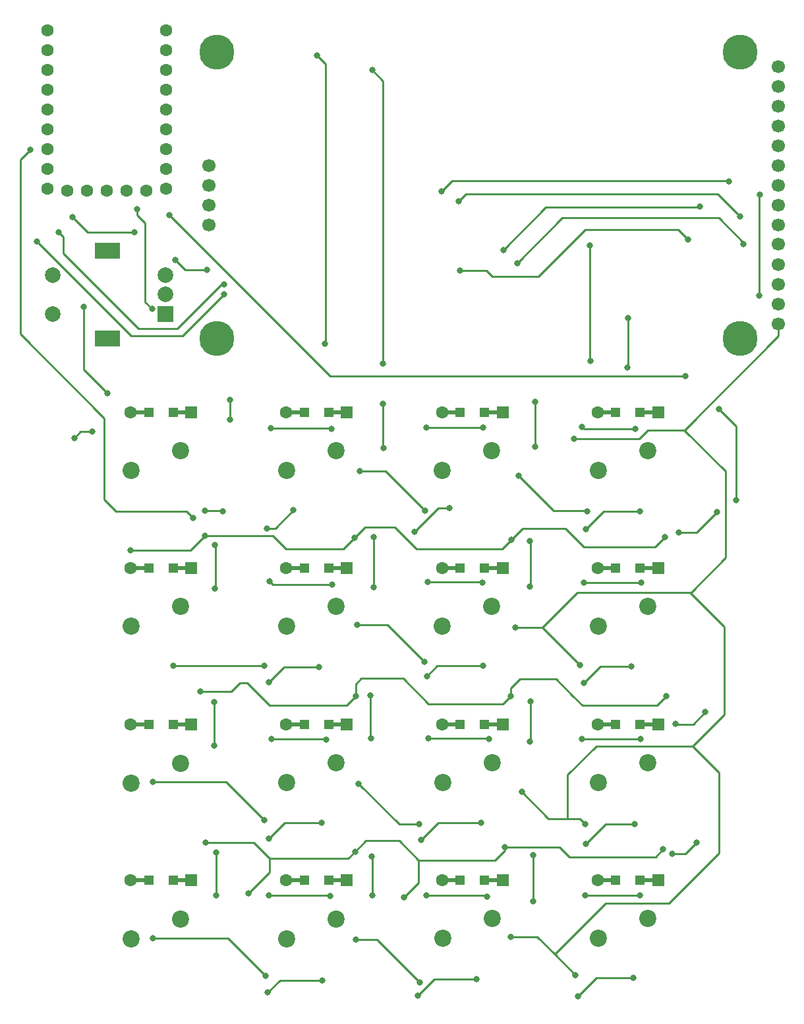
<source format=gbr>
%TF.GenerationSoftware,KiCad,Pcbnew,(6.0.4)*%
%TF.CreationDate,2022-05-01T23:44:28+08:00*%
%TF.ProjectId,RP2040_16Key_ili9341_LCD_keypad,52503230-3430-45f3-9136-4b65795f696c,rev?*%
%TF.SameCoordinates,Original*%
%TF.FileFunction,Copper,L1,Top*%
%TF.FilePolarity,Positive*%
%FSLAX46Y46*%
G04 Gerber Fmt 4.6, Leading zero omitted, Abs format (unit mm)*
G04 Created by KiCad (PCBNEW (6.0.4)) date 2022-05-01 23:44:28*
%MOMM*%
%LPD*%
G01*
G04 APERTURE LIST*
%TA.AperFunction,ComponentPad*%
%ADD10C,2.200000*%
%TD*%
%TA.AperFunction,SMDPad,CuDef*%
%ADD11R,2.500000X0.500000*%
%TD*%
%TA.AperFunction,ComponentPad*%
%ADD12R,1.600000X1.600000*%
%TD*%
%TA.AperFunction,SMDPad,CuDef*%
%ADD13R,1.200000X1.200000*%
%TD*%
%TA.AperFunction,ComponentPad*%
%ADD14C,1.600000*%
%TD*%
%TA.AperFunction,ComponentPad*%
%ADD15R,2.000000X2.000000*%
%TD*%
%TA.AperFunction,ComponentPad*%
%ADD16C,2.000000*%
%TD*%
%TA.AperFunction,ComponentPad*%
%ADD17R,3.200000X2.000000*%
%TD*%
%TA.AperFunction,ComponentPad*%
%ADD18C,4.500000*%
%TD*%
%TA.AperFunction,ComponentPad*%
%ADD19C,1.700000*%
%TD*%
%TA.AperFunction,ViaPad*%
%ADD20C,0.800000*%
%TD*%
%TA.AperFunction,Conductor*%
%ADD21C,0.250000*%
%TD*%
G04 APERTURE END LIST*
D10*
%TO.P,K4,1*%
%TO.N,COL_4*%
X125226667Y-91180000D03*
%TO.P,K4,2*%
%TO.N,Net-(D4-Pad2)*%
X118876667Y-93720000D03*
%TD*%
D11*
%TO.P,D7,1,K*%
%TO.N,ROW_2*%
X105386667Y-106260000D03*
D12*
X106586667Y-106260000D03*
D13*
X104261667Y-106260000D03*
D11*
%TO.P,D7,2,A*%
%TO.N,Net-(D7-Pad2)*%
X99986667Y-106260000D03*
D14*
X98786667Y-106260000D03*
D13*
X101111667Y-106260000D03*
%TD*%
D12*
%TO.P,D14,1,K*%
%TO.N,ROW_4*%
X86586667Y-146260000D03*
D11*
X85386667Y-146260000D03*
D13*
X84261667Y-146260000D03*
D11*
%TO.P,D14,2,A*%
%TO.N,Net-(D14-Pad2)*%
X79986667Y-146260000D03*
D13*
X81111667Y-146260000D03*
D14*
X78786667Y-146260000D03*
%TD*%
D12*
%TO.P,D13,1,K*%
%TO.N,ROW_4*%
X66586667Y-146260000D03*
D11*
X65386667Y-146260000D03*
D13*
X64261667Y-146260000D03*
%TO.P,D13,2,A*%
%TO.N,Net-(D13-Pad2)*%
X61111667Y-146260000D03*
D14*
X58786667Y-146260000D03*
D11*
X59986667Y-146260000D03*
%TD*%
D13*
%TO.P,D10,1,K*%
%TO.N,ROW_3*%
X84261667Y-126260000D03*
D12*
X86586667Y-126260000D03*
D11*
X85386667Y-126260000D03*
D13*
%TO.P,D10,2,A*%
%TO.N,Net-(D10-Pad2)*%
X81111667Y-126260000D03*
D14*
X78786667Y-126260000D03*
D11*
X79986667Y-126260000D03*
%TD*%
D10*
%TO.P,K8,1*%
%TO.N,COL_4*%
X125226667Y-111180000D03*
%TO.P,K8,2*%
%TO.N,Net-(D8-Pad2)*%
X118876667Y-113720000D03*
%TD*%
D13*
%TO.P,D4,1,K*%
%TO.N,ROW_1*%
X124261667Y-86260000D03*
D12*
X126586667Y-86260000D03*
D11*
X125386667Y-86260000D03*
D13*
%TO.P,D4,2,A*%
%TO.N,Net-(D4-Pad2)*%
X121111667Y-86260000D03*
D14*
X118786667Y-86260000D03*
D11*
X119986667Y-86260000D03*
%TD*%
D10*
%TO.P,K5,1*%
%TO.N,COL_1*%
X65186667Y-111180000D03*
%TO.P,K5,2*%
%TO.N,Net-(D5-Pad2)*%
X58836667Y-113720000D03*
%TD*%
D11*
%TO.P,D9,1,K*%
%TO.N,ROW_3*%
X65386667Y-126260000D03*
D12*
X66586667Y-126260000D03*
D13*
X64261667Y-126260000D03*
D11*
%TO.P,D9,2,A*%
%TO.N,Net-(D9-Pad2)*%
X59986667Y-126260000D03*
D14*
X58786667Y-126260000D03*
D13*
X61111667Y-126260000D03*
%TD*%
D10*
%TO.P,K11,1*%
%TO.N,COL_3*%
X105226667Y-131180000D03*
%TO.P,K11,2*%
%TO.N,Net-(D11-Pad2)*%
X98876667Y-133720000D03*
%TD*%
%TO.P,K3,1*%
%TO.N,COL_3*%
X105213333Y-91180000D03*
%TO.P,K3,2*%
%TO.N,Net-(D3-Pad2)*%
X98863333Y-93720000D03*
%TD*%
D13*
%TO.P,D12,1,K*%
%TO.N,ROW_3*%
X124261667Y-126260000D03*
D12*
X126586667Y-126260000D03*
D11*
X125386667Y-126260000D03*
D14*
%TO.P,D12,2,A*%
%TO.N,Net-(D12-Pad2)*%
X118786667Y-126260000D03*
D13*
X121111667Y-126260000D03*
D11*
X119986667Y-126260000D03*
%TD*%
D10*
%TO.P,K1,1*%
%TO.N,COL_1*%
X65186667Y-91180000D03*
%TO.P,K1,2*%
%TO.N,Net-(D1-Pad2)*%
X58836667Y-93720000D03*
%TD*%
D15*
%TO.P,SW1,A,A*%
%TO.N,ENC_A*%
X63280000Y-73640000D03*
D16*
%TO.P,SW1,B,B*%
%TO.N,ENC_B*%
X63280000Y-68640000D03*
%TO.P,SW1,C,C*%
%TO.N,GND*%
X63280000Y-71140000D03*
D17*
%TO.P,SW1,MP*%
%TO.N,N/C*%
X55780000Y-65540000D03*
X55780000Y-76740000D03*
D16*
%TO.P,SW1,S1,S1*%
%TO.N,GND*%
X48780000Y-68640000D03*
%TO.P,SW1,S2,S2*%
%TO.N,ENC_SW*%
X48780000Y-73640000D03*
%TD*%
D11*
%TO.P,D1,1,K*%
%TO.N,ROW_1*%
X65386667Y-86260000D03*
D12*
X66586667Y-86260000D03*
D13*
X64261667Y-86260000D03*
D14*
%TO.P,D1,2,A*%
%TO.N,Net-(D1-Pad2)*%
X58786667Y-86260000D03*
D13*
X61111667Y-86260000D03*
D11*
X59986667Y-86260000D03*
%TD*%
D12*
%TO.P,D2,1,K*%
%TO.N,ROW_1*%
X86586667Y-86260000D03*
D11*
X85386667Y-86260000D03*
D13*
X84261667Y-86260000D03*
D14*
%TO.P,D2,2,A*%
%TO.N,Net-(D2-Pad2)*%
X78786667Y-86260000D03*
D13*
X81111667Y-86260000D03*
D11*
X79986667Y-86260000D03*
%TD*%
%TO.P,D11,1,K*%
%TO.N,ROW_3*%
X105386667Y-126260000D03*
D13*
X104261667Y-126260000D03*
D12*
X106586667Y-126260000D03*
D14*
%TO.P,D11,2,A*%
%TO.N,Net-(D11-Pad2)*%
X98786667Y-126260000D03*
D13*
X101111667Y-126260000D03*
D11*
X99986667Y-126260000D03*
%TD*%
D10*
%TO.P,K10,1*%
%TO.N,COL_2*%
X85226667Y-131180000D03*
%TO.P,K10,2*%
%TO.N,Net-(D10-Pad2)*%
X78876667Y-133720000D03*
%TD*%
%TO.P,K16,1*%
%TO.N,COL_4*%
X125226667Y-151180000D03*
%TO.P,K16,2*%
%TO.N,Net-(D16-Pad2)*%
X118876667Y-153720000D03*
%TD*%
D12*
%TO.P,D8,1,K*%
%TO.N,ROW_2*%
X126586667Y-106260000D03*
D11*
X125386667Y-106260000D03*
D13*
X124261667Y-106260000D03*
%TO.P,D8,2,A*%
%TO.N,Net-(D8-Pad2)*%
X121111667Y-106260000D03*
D14*
X118786667Y-106260000D03*
D11*
X119986667Y-106260000D03*
%TD*%
D10*
%TO.P,K7,1*%
%TO.N,COL_3*%
X105213333Y-111180000D03*
%TO.P,K7,2*%
%TO.N,Net-(D7-Pad2)*%
X98863333Y-113720000D03*
%TD*%
%TO.P,K15,1*%
%TO.N,COL_3*%
X105226667Y-151180000D03*
%TO.P,K15,2*%
%TO.N,Net-(D15-Pad2)*%
X98876667Y-153720000D03*
%TD*%
%TO.P,K13,1*%
%TO.N,COL_1*%
X65226667Y-151260000D03*
%TO.P,K13,2*%
%TO.N,Net-(D13-Pad2)*%
X58876667Y-153800000D03*
%TD*%
D13*
%TO.P,D15,1,K*%
%TO.N,ROW_4*%
X104261667Y-146260000D03*
D11*
X105386667Y-146260000D03*
D12*
X106586667Y-146260000D03*
D13*
%TO.P,D15,2,A*%
%TO.N,Net-(D15-Pad2)*%
X101111667Y-146260000D03*
D14*
X98786667Y-146260000D03*
D11*
X99986667Y-146260000D03*
%TD*%
D12*
%TO.P,D5,1,K*%
%TO.N,ROW_2*%
X66586667Y-106260000D03*
D11*
X65386667Y-106260000D03*
D13*
X64261667Y-106260000D03*
%TO.P,D5,2,A*%
%TO.N,Net-(D5-Pad2)*%
X61111667Y-106260000D03*
D14*
X58786667Y-106260000D03*
D11*
X59986667Y-106260000D03*
%TD*%
%TO.P,D16,1,K*%
%TO.N,ROW_4*%
X125386667Y-146260000D03*
D12*
X126586667Y-146260000D03*
D13*
X124261667Y-146260000D03*
D14*
%TO.P,D16,2,A*%
%TO.N,Net-(D16-Pad2)*%
X118786667Y-146260000D03*
D13*
X121111667Y-146260000D03*
D11*
X119986667Y-146260000D03*
%TD*%
D10*
%TO.P,K12,1*%
%TO.N,COL_4*%
X125226667Y-131180000D03*
%TO.P,K12,2*%
%TO.N,Net-(D12-Pad2)*%
X118876667Y-133720000D03*
%TD*%
D18*
%TO.P,U1,*%
%TO.N,*%
X69830000Y-76730000D03*
X137090000Y-76730000D03*
X137090000Y-40010000D03*
X69830000Y-40010000D03*
D19*
%TO.P,U1,1,VCC*%
%TO.N,+3V3*%
X142010000Y-74880000D03*
%TO.P,U1,2,GND*%
%TO.N,GND*%
X142010000Y-72340000D03*
%TO.P,U1,3,CS*%
%TO.N,LCD_CS*%
X142010000Y-69800000D03*
%TO.P,U1,4,RESET*%
%TO.N,LCD_RESET*%
X142010000Y-67260000D03*
%TO.P,U1,5,DC/RS*%
%TO.N,LCD_DC*%
X142010000Y-64630000D03*
%TO.P,U1,6,SD(MOSI)*%
%TO.N,LCD_SD(MOSI)*%
X142010000Y-62180000D03*
%TO.P,U1,7,SCK*%
%TO.N,LCD_SCK*%
X142010000Y-59640000D03*
%TO.P,U1,8,LED*%
%TO.N,+3V3*%
X142010000Y-57100000D03*
%TO.P,U1,9,SDO(MISO)*%
%TO.N,unconnected-(U1-Pad9)*%
X142010000Y-54560000D03*
%TO.P,U1,10,T_LCK*%
%TO.N,unconnected-(U1-Pad10)*%
X142010000Y-52020000D03*
%TO.P,U1,11,T_CS*%
%TO.N,unconnected-(U1-Pad11)*%
X142010000Y-49480000D03*
%TO.P,U1,12,T_DIN*%
%TO.N,unconnected-(U1-Pad12)*%
X142010000Y-46940000D03*
%TO.P,U1,13,T_DO*%
%TO.N,unconnected-(U1-Pad13)*%
X142010000Y-44400000D03*
%TO.P,U1,14,T_IRQ*%
%TO.N,unconnected-(U1-Pad14)*%
X142010000Y-41860000D03*
%TO.P,U1,15,SD_CS*%
%TO.N,unconnected-(U1-Pad15)*%
X68830000Y-62180000D03*
%TO.P,U1,16,SD_MOSI*%
%TO.N,unconnected-(U1-Pad16)*%
X68830000Y-59640000D03*
%TO.P,U1,17,SD_MISO*%
%TO.N,unconnected-(U1-Pad17)*%
X68830000Y-57100000D03*
%TO.P,U1,18,SD_SCK*%
%TO.N,unconnected-(U1-Pad18)*%
X68830000Y-54560000D03*
%TD*%
D13*
%TO.P,D6,1,K*%
%TO.N,ROW_2*%
X84261667Y-106260000D03*
D12*
X86586667Y-106260000D03*
D11*
X85386667Y-106260000D03*
D14*
%TO.P,D6,2,A*%
%TO.N,Net-(D6-Pad2)*%
X78786667Y-106260000D03*
D11*
X79986667Y-106260000D03*
D13*
X81111667Y-106260000D03*
%TD*%
D14*
%TO.P,RZ1,1,GP0*%
%TO.N,COL_1*%
X63385000Y-37250000D03*
%TO.P,RZ1,2,GP1*%
%TO.N,COL_2*%
X63385000Y-39790000D03*
%TO.P,RZ1,3,GP2*%
%TO.N,COL_3*%
X63385000Y-42330000D03*
%TO.P,RZ1,4,GP3*%
%TO.N,COL_4*%
X63385000Y-44870000D03*
%TO.P,RZ1,5,GP4*%
%TO.N,ROW_3*%
X63385000Y-47410000D03*
%TO.P,RZ1,6,GP5*%
%TO.N,ROW_4*%
X63385000Y-49950000D03*
%TO.P,RZ1,7,GP6*%
%TO.N,LCD_SCK*%
X63385000Y-52490000D03*
%TO.P,RZ1,8,GP7*%
%TO.N,LCD_SD(MOSI)*%
X63385000Y-55030000D03*
%TO.P,RZ1,9,GP8*%
%TO.N,ROW_2*%
X63385000Y-57570000D03*
%TO.P,RZ1,10,GP9*%
%TO.N,ROW_1*%
X60845000Y-57780000D03*
%TO.P,RZ1,11,GP10*%
%TO.N,ENC_A*%
X58305000Y-57780000D03*
%TO.P,RZ1,12,GP11*%
%TO.N,ENC_B*%
X55765000Y-57780000D03*
%TO.P,RZ1,13,GP12*%
%TO.N,ENC_SW*%
X53225000Y-57780000D03*
%TO.P,RZ1,14,GP13*%
%TO.N,LCD_CS*%
X50685000Y-57780000D03*
%TO.P,RZ1,15,GP14*%
%TO.N,LCD_RESET*%
X48145000Y-57570000D03*
%TO.P,RZ1,16,GP15*%
%TO.N,LCD_DC*%
X48145000Y-55030000D03*
%TO.P,RZ1,17,GP26*%
%TO.N,RGBDATA_1*%
X48145000Y-52490000D03*
%TO.P,RZ1,18,GP27*%
%TO.N,unconnected-(RZ1-Pad18)*%
X48145000Y-49950000D03*
%TO.P,RZ1,19,GP28*%
%TO.N,unconnected-(RZ1-Pad19)*%
X48145000Y-47410000D03*
%TO.P,RZ1,20,GP29*%
%TO.N,unconnected-(RZ1-Pad20)*%
X48145000Y-44870000D03*
%TO.P,RZ1,21,3V3*%
%TO.N,+3V3*%
X48145000Y-42330000D03*
%TO.P,RZ1,22,5V*%
%TO.N,+5V*%
X48145000Y-37250000D03*
%TO.P,RZ1,23,GND*%
%TO.N,GND*%
X48145000Y-39790000D03*
%TD*%
D10*
%TO.P,K6,1*%
%TO.N,COL_2*%
X85200000Y-111180000D03*
%TO.P,K6,2*%
%TO.N,Net-(D6-Pad2)*%
X78850000Y-113720000D03*
%TD*%
%TO.P,K2,1*%
%TO.N,COL_2*%
X85200000Y-91180000D03*
%TO.P,K2,2*%
%TO.N,Net-(D2-Pad2)*%
X78850000Y-93720000D03*
%TD*%
%TO.P,K9,1*%
%TO.N,COL_1*%
X65186667Y-131260000D03*
%TO.P,K9,2*%
%TO.N,Net-(D9-Pad2)*%
X58836667Y-133800000D03*
%TD*%
%TO.P,K14,1*%
%TO.N,COL_2*%
X85186667Y-151260000D03*
%TO.P,K14,2*%
%TO.N,Net-(D14-Pad2)*%
X78836667Y-153800000D03*
%TD*%
D12*
%TO.P,D3,1,K*%
%TO.N,ROW_1*%
X106586667Y-86260000D03*
D11*
X105386667Y-86260000D03*
D13*
X104261667Y-86260000D03*
D14*
%TO.P,D3,2,A*%
%TO.N,Net-(D3-Pad2)*%
X98786667Y-86260000D03*
D13*
X101111667Y-86260000D03*
D11*
X99986667Y-86260000D03*
%TD*%
D20*
%TO.N,+3V3*%
X115790000Y-89680000D03*
X95930000Y-159430000D03*
X139650000Y-58350000D03*
X116520000Y-118710000D03*
X115960000Y-158500000D03*
X87890000Y-113520000D03*
X68380000Y-98910000D03*
X88100000Y-133890000D03*
X64240000Y-118770000D03*
X109030000Y-134940000D03*
X76110000Y-158590000D03*
X96600000Y-98830000D03*
X95890000Y-139080000D03*
X139590000Y-71250000D03*
X61660000Y-153770000D03*
X108230000Y-113860000D03*
X108630000Y-94410000D03*
X76000000Y-138580000D03*
X96560000Y-118250000D03*
X107640000Y-153580000D03*
X117160000Y-139100000D03*
X61680000Y-133670000D03*
X88220000Y-93750000D03*
X75940000Y-118790000D03*
X117490000Y-98960000D03*
X70600000Y-98970000D03*
X87740000Y-153930000D03*
%TO.N,Net-(LED6-Pad2)*%
X96850000Y-120100000D03*
X104110000Y-118790000D03*
%TO.N,GND*%
X51590000Y-89520000D03*
X87600000Y-102340000D03*
X107700000Y-102600000D03*
X106870000Y-142040000D03*
X73900000Y-147990000D03*
X87720000Y-122670000D03*
X67730000Y-122080000D03*
X107620000Y-122680000D03*
X52780000Y-72670000D03*
X55840000Y-83820000D03*
X127420000Y-102270000D03*
X93950000Y-148450000D03*
X68410000Y-141490000D03*
X68310000Y-102110000D03*
X127590000Y-122640000D03*
X58820000Y-103960000D03*
X87620000Y-142600000D03*
X127190000Y-142330000D03*
X53890000Y-88730000D03*
%TO.N,Net-(LED5-Pad2)*%
X76530000Y-120850000D03*
X83010000Y-118910000D03*
%TO.N,Net-(LED10-Pad3)*%
X76530000Y-140960000D03*
X83350000Y-138930000D03*
%TO.N,Net-(LED3-Pad2)*%
X124250000Y-98960000D03*
X117310000Y-101260000D03*
%TO.N,Net-(LED2-Pad2)*%
X95240000Y-101610000D03*
X99780000Y-98520000D03*
%TO.N,Net-(LED1-Pad2)*%
X76340000Y-101120000D03*
X79730000Y-98760000D03*
%TO.N,Net-(LED11-Pad2)*%
X117290000Y-141630000D03*
X123510000Y-139060000D03*
%TO.N,RGBDATA_1*%
X45870000Y-52530000D03*
X66780000Y-99780000D03*
%TO.N,Net-(LED7-Pad2)*%
X117050000Y-120990000D03*
X123150000Y-118870000D03*
%TO.N,Net-(LED10-Pad2)*%
X96140000Y-141150000D03*
X103830000Y-138930000D03*
%TO.N,Net-(LED13-Pad2)*%
X83390000Y-159120000D03*
X76420000Y-160710000D03*
%TO.N,Net-(LED14-Pad2)*%
X95680000Y-161120000D03*
X103250000Y-159020000D03*
%TO.N,Net-(LED15-Pad2)*%
X123380000Y-158830000D03*
X116230000Y-161210000D03*
%TO.N,ROW_2*%
X84690000Y-108390000D03*
X124400000Y-108110000D03*
X129180000Y-101660000D03*
X117020000Y-108080000D03*
X76620000Y-107920000D03*
X63750000Y-60950000D03*
X134120000Y-99030000D03*
X136590000Y-97530000D03*
X130110000Y-81610000D03*
X96980000Y-108020000D03*
X134390000Y-85850000D03*
X103980000Y-108080000D03*
%TO.N,ROW_3*%
X76880000Y-128170000D03*
X116740000Y-128130000D03*
X104820000Y-128150000D03*
X132590000Y-124720000D03*
X97020000Y-128110000D03*
X83950000Y-128210000D03*
X128830000Y-126240000D03*
X124310000Y-128130000D03*
%TO.N,ROW_4*%
X124220000Y-148220000D03*
X96830000Y-148260000D03*
X128390000Y-142920000D03*
X84440000Y-148310000D03*
X117180000Y-148220000D03*
X76560000Y-148220000D03*
X131510000Y-141470000D03*
X104570000Y-148360000D03*
%TO.N,ROW_1*%
X76850000Y-88250000D03*
X84640000Y-88380000D03*
X116810000Y-88090000D03*
X123600000Y-88340000D03*
X104050000Y-88160000D03*
X96770000Y-88160000D03*
%TO.N,LCD_SD(MOSI)*%
X137090000Y-61120000D03*
X100960000Y-59160000D03*
%TO.N,LCD_SCK*%
X98780000Y-57870000D03*
X135670000Y-56620000D03*
%TO.N,COL_1*%
X83770000Y-77440000D03*
X69510000Y-123420000D03*
X69800000Y-142750000D03*
X69650000Y-108860000D03*
X69510000Y-128990000D03*
X82730000Y-40410000D03*
X69810000Y-148240000D03*
X71590000Y-87220000D03*
X69650000Y-103260000D03*
X71590000Y-84630000D03*
%TO.N,COL_2*%
X89660000Y-128040000D03*
X91230000Y-85180000D03*
X90030000Y-108690000D03*
X89810000Y-42300000D03*
X89770000Y-143220000D03*
X90010000Y-102290000D03*
X89590000Y-122570000D03*
X91220000Y-80020000D03*
X91260000Y-90790000D03*
X89810000Y-148240000D03*
%TO.N,COL_3*%
X110060000Y-108640000D03*
X110750000Y-84880000D03*
X110540000Y-143100000D03*
X117890000Y-79670000D03*
X110750000Y-90620000D03*
X110110000Y-128530000D03*
X110120000Y-102730000D03*
X110130000Y-123300000D03*
X117830000Y-64820000D03*
X110530000Y-149020000D03*
%TO.N,COL_4*%
X122700000Y-74170000D03*
X122610000Y-80500000D03*
%TO.N,ENC_A*%
X61550000Y-73000000D03*
X59610000Y-60210000D03*
%TO.N,LCD_CS*%
X64540000Y-66720000D03*
X101080000Y-68030000D03*
X51320000Y-61200000D03*
X59260000Y-63160000D03*
X130430000Y-64070000D03*
X68570000Y-67950000D03*
%TO.N,LCD_RESET*%
X49530000Y-63130000D03*
X106680000Y-65390000D03*
X131920000Y-59800000D03*
X70830000Y-69790000D03*
%TO.N,LCD_DC*%
X70760000Y-71120000D03*
X108480000Y-67080000D03*
X137530000Y-64640000D03*
X46740000Y-64300000D03*
%TD*%
D21*
%TO.N,+3V3*%
X75920000Y-118770000D02*
X75940000Y-118790000D01*
X114950000Y-132740000D02*
X114950000Y-138380000D01*
X111040000Y-153580000D02*
X113265000Y-155805000D01*
X134400000Y-142800000D02*
X127940000Y-149260000D01*
X88220000Y-93750000D02*
X91520000Y-93750000D01*
X139590000Y-58410000D02*
X139650000Y-58350000D01*
X61680000Y-133670000D02*
X71090000Y-133670000D01*
X142010000Y-76450000D02*
X129960000Y-88500000D01*
X112470000Y-138380000D02*
X114950000Y-138380000D01*
X125280000Y-88500000D02*
X129940000Y-88500000D01*
X135100000Y-125010000D02*
X131030000Y-129080000D01*
X131000000Y-129080000D02*
X134400000Y-132480000D01*
X135100000Y-113810000D02*
X135100000Y-125010000D01*
X109030000Y-134940000D02*
X112470000Y-138380000D01*
X119810000Y-149260000D02*
X113265000Y-155805000D01*
X70540000Y-98910000D02*
X70600000Y-98970000D01*
X91830000Y-113520000D02*
X96560000Y-118250000D01*
X116170000Y-109360000D02*
X111670000Y-113860000D01*
X128090000Y-129080000D02*
X131000000Y-129080000D01*
X108230000Y-113860000D02*
X111670000Y-113860000D01*
X124100000Y-89680000D02*
X125280000Y-88500000D01*
X111670000Y-113860000D02*
X116520000Y-118710000D01*
X115790000Y-89680000D02*
X124100000Y-89680000D01*
X131030000Y-129080000D02*
X128090000Y-129080000D01*
X130790000Y-109360000D02*
X127130000Y-109360000D01*
X128090000Y-129080000D02*
X118610000Y-129080000D01*
X139590000Y-71250000D02*
X139590000Y-58410000D01*
X117030000Y-98910000D02*
X117440000Y-98910000D01*
X129960000Y-88500000D02*
X129940000Y-88500000D01*
X91520000Y-93750000D02*
X96600000Y-98830000D01*
X87890000Y-113520000D02*
X91830000Y-113520000D01*
X64240000Y-118770000D02*
X75920000Y-118770000D01*
X61660000Y-153770000D02*
X71290000Y-153770000D01*
X142010000Y-74880000D02*
X142010000Y-76450000D01*
X118610000Y-129080000D02*
X114950000Y-132740000D01*
X127940000Y-149260000D02*
X119810000Y-149260000D01*
X127130000Y-109360000D02*
X130650000Y-109360000D01*
X127130000Y-109360000D02*
X116170000Y-109360000D01*
X117160000Y-139060000D02*
X117160000Y-139100000D01*
X87740000Y-153930000D02*
X90430000Y-153930000D01*
X71290000Y-153770000D02*
X76110000Y-158590000D01*
X88100000Y-133890000D02*
X93290000Y-139080000D01*
X129940000Y-88500000D02*
X135270000Y-93830000D01*
X130650000Y-109360000D02*
X135100000Y-113810000D01*
X68380000Y-98910000D02*
X70540000Y-98910000D01*
X113130000Y-98910000D02*
X117030000Y-98910000D01*
X90430000Y-153930000D02*
X95930000Y-159430000D01*
X135270000Y-93830000D02*
X135270000Y-104880000D01*
X114950000Y-138380000D02*
X116480000Y-138380000D01*
X135270000Y-104880000D02*
X130790000Y-109360000D01*
X107640000Y-153580000D02*
X111040000Y-153580000D01*
X108630000Y-94410000D02*
X113130000Y-98910000D01*
X71090000Y-133670000D02*
X76000000Y-138580000D01*
X113265000Y-155805000D02*
X115960000Y-158500000D01*
X93290000Y-139080000D02*
X95890000Y-139080000D01*
X116480000Y-138380000D02*
X117160000Y-139060000D01*
X117440000Y-98910000D02*
X117490000Y-98960000D01*
X134400000Y-132480000D02*
X134400000Y-142800000D01*
%TO.N,Net-(LED6-Pad2)*%
X96850000Y-120100000D02*
X98160000Y-118790000D01*
X98160000Y-118790000D02*
X104110000Y-118790000D01*
%TO.N,GND*%
X88980000Y-141240000D02*
X92510000Y-141240000D01*
X86720000Y-143500000D02*
X87620000Y-142600000D01*
X66460000Y-103960000D02*
X68310000Y-102110000D01*
X76620000Y-123840000D02*
X85470000Y-123840000D01*
X113490000Y-120480000D02*
X115630000Y-122620000D01*
X114660000Y-101150000D02*
X116430000Y-102920000D01*
X87620000Y-142600000D02*
X88980000Y-141240000D01*
X76650000Y-143500000D02*
X86720000Y-143500000D01*
X106650000Y-123650000D02*
X97060000Y-123650000D01*
X126390000Y-123840000D02*
X127590000Y-122640000D01*
X86150000Y-103790000D02*
X87600000Y-102340000D01*
X72800000Y-121000000D02*
X73780000Y-121000000D01*
X107620000Y-122680000D02*
X106650000Y-123650000D01*
X106870000Y-142440000D02*
X106870000Y-142040000D01*
X107620000Y-121650000D02*
X108790000Y-120480000D01*
X92510000Y-141240000D02*
X93290000Y-141240000D01*
X95800000Y-146600000D02*
X95800000Y-143750000D01*
X52780000Y-72670000D02*
X52780000Y-80760000D01*
X67730000Y-122080000D02*
X71720000Y-122080000D01*
X92700000Y-100980000D02*
X95500000Y-103780000D01*
X68410000Y-141490000D02*
X74640000Y-141490000D01*
X95800000Y-143750000D02*
X105560000Y-143750000D01*
X115630000Y-122620000D02*
X116850000Y-123840000D01*
X88430000Y-120410000D02*
X87720000Y-121120000D01*
X108790000Y-120480000D02*
X113490000Y-120480000D01*
X105660000Y-143650000D02*
X106870000Y-142440000D01*
X106870000Y-142040000D02*
X113920000Y-142040000D01*
X95500000Y-103780000D02*
X105070000Y-103780000D01*
X93950000Y-148450000D02*
X95800000Y-146600000D01*
X74640000Y-141490000D02*
X76650000Y-143500000D01*
X52380000Y-88730000D02*
X51590000Y-89520000D01*
X76100000Y-123320000D02*
X76620000Y-123840000D01*
X115160000Y-143280000D02*
X126240000Y-143280000D01*
X78780000Y-103790000D02*
X86150000Y-103790000D01*
X105070000Y-103780000D02*
X106520000Y-103780000D01*
X105560000Y-143750000D02*
X105660000Y-143650000D01*
X106520000Y-103780000D02*
X107700000Y-102600000D01*
X52780000Y-80760000D02*
X55840000Y-83820000D01*
X107700000Y-102600000D02*
X109150000Y-101150000D01*
X93820000Y-120410000D02*
X88430000Y-120410000D01*
X86550000Y-123840000D02*
X87720000Y-122670000D01*
X87600000Y-102340000D02*
X88960000Y-100980000D01*
X73900000Y-147990000D02*
X76650000Y-145240000D01*
X87720000Y-121120000D02*
X87720000Y-122670000D01*
X125170000Y-103520000D02*
X126170000Y-103520000D01*
X76650000Y-145240000D02*
X76650000Y-143500000D01*
X117030000Y-103520000D02*
X125170000Y-103520000D01*
X116430000Y-102920000D02*
X117030000Y-103520000D01*
X126240000Y-143280000D02*
X127190000Y-142330000D01*
X85470000Y-123840000D02*
X86550000Y-123840000D01*
X113920000Y-142040000D02*
X115160000Y-143280000D01*
X53890000Y-88730000D02*
X52380000Y-88730000D01*
X77100000Y-102110000D02*
X78780000Y-103790000D01*
X93290000Y-141240000D02*
X95800000Y-143750000D01*
X126170000Y-103520000D02*
X127420000Y-102270000D01*
X113900000Y-101150000D02*
X114660000Y-101150000D01*
X109150000Y-101150000D02*
X113900000Y-101150000D01*
X97060000Y-123650000D02*
X93820000Y-120410000D01*
X88960000Y-100980000D02*
X92700000Y-100980000D01*
X73780000Y-121000000D02*
X76100000Y-123320000D01*
X58820000Y-103960000D02*
X66460000Y-103960000D01*
X71720000Y-122080000D02*
X72800000Y-121000000D01*
X125990000Y-123840000D02*
X126390000Y-123840000D01*
X116850000Y-123840000D02*
X125990000Y-123840000D01*
X107620000Y-122680000D02*
X107620000Y-121650000D01*
X68310000Y-102110000D02*
X77100000Y-102110000D01*
%TO.N,Net-(LED5-Pad2)*%
X78470000Y-118910000D02*
X83010000Y-118910000D01*
X76530000Y-120850000D02*
X78470000Y-118910000D01*
%TO.N,Net-(LED10-Pad3)*%
X78560000Y-138930000D02*
X83350000Y-138930000D01*
X76530000Y-140960000D02*
X78560000Y-138930000D01*
%TO.N,Net-(LED3-Pad2)*%
X117310000Y-101260000D02*
X119610000Y-98960000D01*
X119610000Y-98960000D02*
X124250000Y-98960000D01*
%TO.N,Net-(LED2-Pad2)*%
X95240000Y-101610000D02*
X98330000Y-98520000D01*
X98330000Y-98520000D02*
X99780000Y-98520000D01*
%TO.N,Net-(LED1-Pad2)*%
X77370000Y-101120000D02*
X79730000Y-98760000D01*
X76340000Y-101120000D02*
X77370000Y-101120000D01*
%TO.N,Net-(LED11-Pad2)*%
X119860000Y-139060000D02*
X123510000Y-139060000D01*
X117290000Y-141630000D02*
X119860000Y-139060000D01*
%TO.N,RGBDATA_1*%
X55430000Y-87000000D02*
X55430000Y-97460000D01*
X44600000Y-53800000D02*
X44600000Y-76170000D01*
X56950000Y-98980000D02*
X65980000Y-98980000D01*
X55430000Y-97460000D02*
X56950000Y-98980000D01*
X44600000Y-76170000D02*
X55430000Y-87000000D01*
X45870000Y-52530000D02*
X44600000Y-53800000D01*
X65980000Y-98980000D02*
X66780000Y-99780000D01*
%TO.N,Net-(LED7-Pad2)*%
X117050000Y-120990000D02*
X119170000Y-118870000D01*
X119170000Y-118870000D02*
X123150000Y-118870000D01*
%TO.N,Net-(LED10-Pad2)*%
X96140000Y-141150000D02*
X98360000Y-138930000D01*
X98360000Y-138930000D02*
X103830000Y-138930000D01*
%TO.N,Net-(LED13-Pad2)*%
X78010000Y-159120000D02*
X83390000Y-159120000D01*
X76420000Y-160710000D02*
X78010000Y-159120000D01*
%TO.N,Net-(LED14-Pad2)*%
X95680000Y-161120000D02*
X97780000Y-159020000D01*
X97780000Y-159020000D02*
X103250000Y-159020000D01*
%TO.N,Net-(LED15-Pad2)*%
X116230000Y-161210000D02*
X118610000Y-158830000D01*
X118610000Y-158830000D02*
X123380000Y-158830000D01*
%TO.N,ROW_2*%
X136590000Y-97530000D02*
X136590000Y-88050000D01*
X96980000Y-108020000D02*
X103920000Y-108020000D01*
X77090000Y-108390000D02*
X84690000Y-108390000D01*
X130110000Y-81610000D02*
X84410000Y-81610000D01*
X103920000Y-108020000D02*
X103980000Y-108080000D01*
X76620000Y-107920000D02*
X77090000Y-108390000D01*
X136590000Y-88050000D02*
X134390000Y-85850000D01*
X129180000Y-101660000D02*
X131490000Y-101660000D01*
X124370000Y-108080000D02*
X124400000Y-108110000D01*
X131490000Y-101660000D02*
X134120000Y-99030000D01*
X84410000Y-81610000D02*
X63750000Y-60950000D01*
X117020000Y-108080000D02*
X124370000Y-108080000D01*
%TO.N,ROW_3*%
X116740000Y-128130000D02*
X124310000Y-128130000D01*
X97020000Y-128110000D02*
X104780000Y-128110000D01*
X104780000Y-128110000D02*
X104820000Y-128150000D01*
X132590000Y-124720000D02*
X131050000Y-126260000D01*
X76880000Y-128170000D02*
X83910000Y-128170000D01*
X128850000Y-126260000D02*
X128830000Y-126240000D01*
X131050000Y-126260000D02*
X128850000Y-126260000D01*
X83910000Y-128170000D02*
X83950000Y-128210000D01*
%TO.N,ROW_4*%
X84350000Y-148220000D02*
X84440000Y-148310000D01*
X117180000Y-148220000D02*
X124220000Y-148220000D01*
X104470000Y-148260000D02*
X104570000Y-148360000D01*
X130060000Y-142920000D02*
X131510000Y-141470000D01*
X76560000Y-148220000D02*
X84350000Y-148220000D01*
X96830000Y-148260000D02*
X104470000Y-148260000D01*
X128390000Y-142920000D02*
X130060000Y-142920000D01*
%TO.N,ROW_1*%
X96770000Y-88160000D02*
X104050000Y-88160000D01*
X117060000Y-88340000D02*
X123600000Y-88340000D01*
X76850000Y-88250000D02*
X84510000Y-88250000D01*
X84510000Y-88250000D02*
X84640000Y-88380000D01*
X116810000Y-88090000D02*
X117060000Y-88340000D01*
%TO.N,LCD_SD(MOSI)*%
X101900000Y-58220000D02*
X134190000Y-58220000D01*
X134190000Y-58220000D02*
X137090000Y-61120000D01*
X100960000Y-59160000D02*
X101900000Y-58220000D01*
%TO.N,LCD_SCK*%
X135670000Y-56620000D02*
X135610000Y-56560000D01*
X100090000Y-56560000D02*
X98780000Y-57870000D01*
X135610000Y-56560000D02*
X100090000Y-56560000D01*
%TO.N,COL_1*%
X69700000Y-108810000D02*
X69650000Y-108860000D01*
X82730000Y-40410000D02*
X83870000Y-41550000D01*
X83870000Y-77340000D02*
X83770000Y-77440000D01*
X71590000Y-84630000D02*
X71590000Y-87220000D01*
X69650000Y-103260000D02*
X69700000Y-103310000D01*
X69510000Y-123420000D02*
X69510000Y-128990000D01*
X69700000Y-103310000D02*
X69700000Y-108810000D01*
X69800000Y-142750000D02*
X69810000Y-142760000D01*
X69810000Y-142760000D02*
X69810000Y-148240000D01*
X83870000Y-41550000D02*
X83870000Y-77340000D01*
%TO.N,COL_2*%
X89590000Y-122570000D02*
X89590000Y-127970000D01*
X91230000Y-85180000D02*
X91230000Y-90760000D01*
X90030000Y-102310000D02*
X90030000Y-108690000D01*
X91230000Y-90760000D02*
X91260000Y-90790000D01*
X89590000Y-127970000D02*
X89660000Y-128040000D01*
X91220000Y-43710000D02*
X91220000Y-80020000D01*
X89810000Y-143260000D02*
X89810000Y-148240000D01*
X90010000Y-102290000D02*
X90030000Y-102310000D01*
X89770000Y-143220000D02*
X89810000Y-143260000D01*
X89810000Y-42300000D02*
X91220000Y-43710000D01*
%TO.N,COL_3*%
X110120000Y-102730000D02*
X110130000Y-102740000D01*
X110530000Y-143110000D02*
X110530000Y-149020000D01*
X110130000Y-108570000D02*
X110060000Y-108640000D01*
X117830000Y-79610000D02*
X117890000Y-79670000D01*
X110130000Y-102740000D02*
X110130000Y-108570000D01*
X110750000Y-84880000D02*
X110750000Y-90620000D01*
X110540000Y-143100000D02*
X110530000Y-143110000D01*
X117830000Y-64820000D02*
X117830000Y-79610000D01*
X110150000Y-128490000D02*
X110110000Y-128530000D01*
X110150000Y-123320000D02*
X110150000Y-128490000D01*
X110130000Y-123300000D02*
X110150000Y-123320000D01*
%TO.N,COL_4*%
X122700000Y-80410000D02*
X122610000Y-80500000D01*
X122700000Y-74170000D02*
X122700000Y-80410000D01*
%TO.N,ENC_A*%
X60640000Y-61960000D02*
X59610000Y-60930000D01*
X59610000Y-60930000D02*
X59610000Y-60210000D01*
X60640000Y-72090000D02*
X60640000Y-61960000D01*
X61550000Y-73000000D02*
X60640000Y-72090000D01*
%TO.N,LCD_CS*%
X129130000Y-62770000D02*
X117220000Y-62770000D01*
X111200000Y-68790000D02*
X105270000Y-68790000D01*
X64540000Y-66720000D02*
X65770000Y-67950000D01*
X105270000Y-68790000D02*
X104510000Y-68030000D01*
X130430000Y-64070000D02*
X129130000Y-62770000D01*
X51320000Y-61200000D02*
X53280000Y-63160000D01*
X117220000Y-62770000D02*
X111200000Y-68790000D01*
X104510000Y-68030000D02*
X101080000Y-68030000D01*
X65770000Y-67950000D02*
X68570000Y-67950000D01*
X53280000Y-63160000D02*
X59260000Y-63160000D01*
%TO.N,LCD_RESET*%
X70490000Y-69790000D02*
X64750000Y-75530000D01*
X50150000Y-63750000D02*
X49530000Y-63130000D01*
X131920000Y-59800000D02*
X131800000Y-59920000D01*
X70830000Y-69790000D02*
X70490000Y-69790000D01*
X112150000Y-59920000D02*
X106680000Y-65390000D01*
X59790000Y-75530000D02*
X50150000Y-65890000D01*
X64750000Y-75530000D02*
X59790000Y-75530000D01*
X50150000Y-65890000D02*
X50150000Y-63750000D01*
X131800000Y-59920000D02*
X112150000Y-59920000D01*
%TO.N,LCD_DC*%
X58870000Y-76430000D02*
X65450000Y-76430000D01*
X46740000Y-64300000D02*
X58870000Y-76430000D01*
X114250000Y-61310000D02*
X108480000Y-67080000D01*
X65450000Y-76430000D02*
X70760000Y-71120000D01*
X134360000Y-61310000D02*
X114250000Y-61310000D01*
X137530000Y-64480000D02*
X134360000Y-61310000D01*
X137530000Y-64640000D02*
X137530000Y-64480000D01*
%TD*%
M02*

</source>
